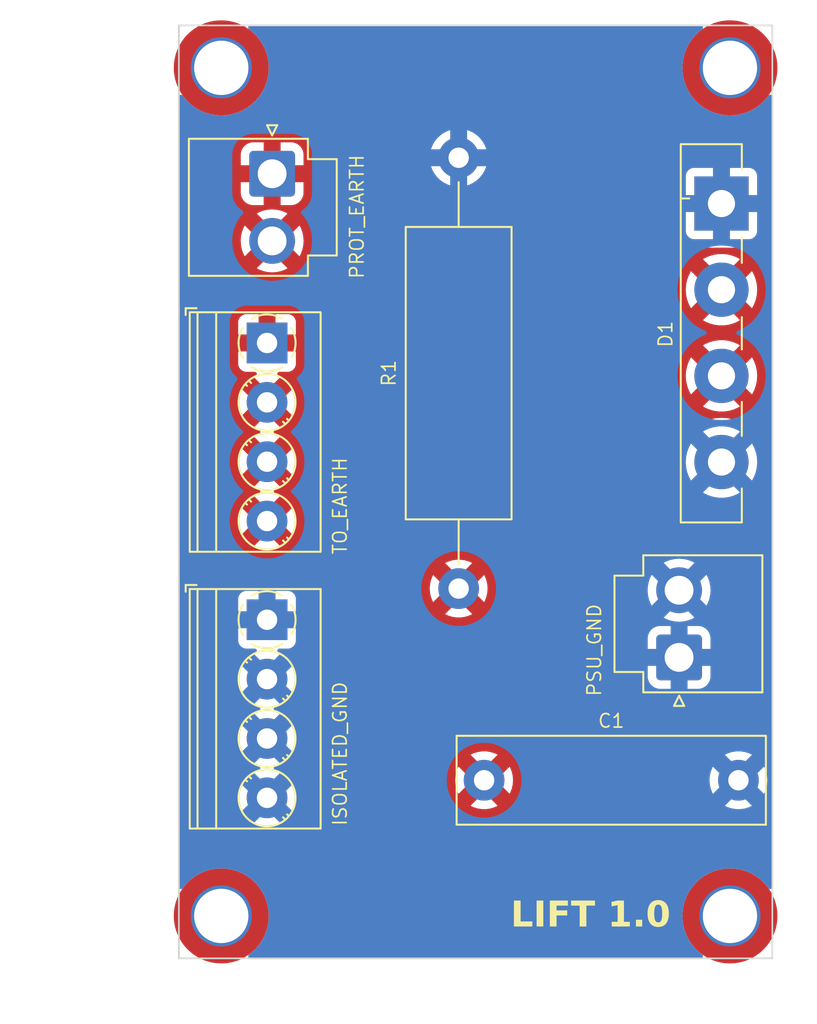
<source format=kicad_pcb>
(kicad_pcb (version 20240108) (generator "pcbnew") (generator_version "8.0")
  (layers (0 "F.Cu" signal) (31 "B.Cu" signal) (34 "B.Paste" user) (35 "F.Paste" user) (36 "B.SilkS" user "B.Silkscreen") (37 "F.SilkS" user "F.Silkscreen") (38 "B.Mask" user) (39 "F.Mask" user) (44 "Edge.Cuts" user))
  (net 0 "")
  (net 1 "EARTH")
  (net 2 "GND")
  (footprint "MountingHole:MountingHole_3.2mm_M3_DIN965_Pad_TopOnly" (layer "F.Cu") (at 160.5 106.5)
    (property "Reference" "H4" (hide yes))
    (property "Value" "MountingHole")
    (pad "1" thru_hole circle (at 0 0) (size 3.6 3.6) (drill 3.2) (layers "*.Cu" "*.Mask"))
    (pad "1" connect circle (at 0 0) (size 5.6 5.6) (layers "F.Cu" "F.Mask"))
  )
  (footprint "TerminalBlock_Phoenix:TerminalBlock_Phoenix_PT-1,5-4-3.5-H_1x04_P3.50mm_Horizontal" (layer "F.Cu") (at 133.2 89.0375 -90)
    (property "Reference" "J4" (hide yes))
    (property "Value" "Conn_01x04_Pin")
    (fp_line (start -2.05 4.8) (end -1.65 4.8) (stroke (width 0.12)) (layer "F.SilkS"))
    (fp_line (start -1.81 4.56) (end 12.31 4.56) (stroke (width 0.12)) (layer "F.SilkS"))
    (fp_line (start -2.05 4.16) (end -2.05 4.8) (stroke (width 0.12)) (layer "F.SilkS"))
    (fp_line (start -1.81 4.1) (end 12.31 4.1) (stroke (width 0.12)) (layer "F.SilkS"))
    (fp_line (start -1.81 3) (end 12.31 3) (stroke (width 0.12)) (layer "F.SilkS"))
    (fp_line (start 2.525 1.181) (end 2.431 1.274) (stroke (width 0.12)) (layer "F.SilkS"))
    (fp_line (start 6.025 1.181) (end 5.931 1.274) (stroke (width 0.12)) (layer "F.SilkS"))
    (fp_line (start 9.525 1.181) (end 9.431 1.274) (stroke (width 0.12)) (layer "F.SilkS"))
    (fp_line (start 2.355 0.941) (end 2.226 1.069) (stroke (width 0.12)) (layer "F.SilkS"))
    (fp_line (start 5.855 0.941) (end 5.726 1.069) (stroke (width 0.12)) (layer "F.SilkS"))
    (fp_line (start 9.355 0.941) (end 9.226 1.069) (stroke (width 0.12)) (layer "F.SilkS"))
    (fp_line (start 4.775 -1.069) (end 4.646 -0.941) (stroke (width 0.12)) (layer "F.SilkS"))
    (fp_line (start 8.275 -1.069) (end 8.146 -0.941) (stroke (width 0.12)) (layer "F.SilkS"))
    (fp_line (start 11.775 -1.069) (end 11.646 -0.941) (stroke (width 0.12)) (layer "F.SilkS"))
    (fp_line (start 4.57 -1.275) (end 4.476 -1.181) (stroke (width 0.12)) (layer "F.SilkS"))
    (fp_line (start 8.07 -1.275) (end 7.976 -1.181) (stroke (width 0.12)) (layer "F.SilkS"))
    (fp_line (start 11.57 -1.275) (end 11.476 -1.181) (stroke (width 0.12)) (layer "F.SilkS"))
    (fp_line (start -1.81 -3.16) (end -1.81 4.56) (stroke (width 0.12)) (layer "F.SilkS"))
    (fp_line (start -1.81 -3.16) (end 12.31 -3.16) (stroke (width 0.12)) (layer "F.SilkS"))
    (fp_line (start 12.31 -3.16) (end 12.31 4.56) (stroke (width 0.12)) (layer "F.SilkS"))
    (fp_arc (start 0.028674 1.680099) (mid -0.435535 1.622918) (end -0.866 1.44) (stroke (width 0.12)) (layer "F.SilkS"))
    (fp_arc (start 0.890264 1.424721) (mid 0.463071 1.61492) (end 0 1.68) (stroke (width 0.12)) (layer "F.SilkS"))
    (fp_arc (start -1.425358 0.889894) (mid -1.680286 0.014012) (end -1.44 -0.866) (stroke (width 0.12)) (layer "F.SilkS"))
    (fp_arc (start 1.425504 -0.890193) (mid 1.680626 0.000476) (end 1.425 0.891) (stroke (width 0.12)) (layer "F.SilkS"))
    (fp_arc (start -0.889894 -1.425358) (mid -0.014012 -1.680286) (end 0.866 -1.44) (stroke (width 0.12)) (layer "F.SilkS"))
    (fp_circle (center 3.5 0) (end 5.18 0) (stroke (width 0.12)) (fill none) (layer "F.SilkS"))
    (fp_circle (center 7 0) (end 8.68 0) (stroke (width 0.12)) (fill none) (layer "F.SilkS"))
    (fp_circle (center 10.5 0) (end 12.18 0) (stroke (width 0.12)) (fill none) (layer "F.SilkS"))
    (pad "1" thru_hole rect (at 0 0 270) (size 2.4 2.4) (drill 1.2) (layers "*.Cu" "*.Mask") (net 2 "GND"))
    (pad "2" thru_hole circle (at 3.5 0 270) (size 2.4 2.4) (drill 1.2) (layers "*.Cu" "*.Mask") (net 2 "GND"))
    (pad "3" thru_hole circle (at 7 0 270) (size 2.4 2.4) (drill 1.2) (layers "*.Cu" "*.Mask") (net 2 "GND"))
    (pad "4" thru_hole circle (at 10.5 0 270) (size 2.4 2.4) (drill 1.2) (layers "*.Cu" "*.Mask") (net 2 "GND"))
  )
  (footprint "Resistor_THT:R_Axial_DIN0617_L17.0mm_D6.0mm_P25.40mm_Horizontal" (layer "F.Cu") (at 144.5 87.2 90)
    (property "Reference" "R1" (at 12.7 -4.12 90) (layer "F.SilkS") (effects (font (size 0.8 0.8) (thickness 0.1))))
    (property "Value" "10R 5W")
    (fp_line (start 21.32 -3.12) (end 4.08 -3.12) (stroke (width 0.12)) (layer "F.SilkS"))
    (fp_line (start 4.08 -3.12) (end 4.08 3.12) (stroke (width 0.12)) (layer "F.SilkS"))
    (fp_line (start 23.96 0) (end 21.32 0) (stroke (width 0.12)) (layer "F.SilkS"))
    (fp_line (start 1.44 0) (end 4.08 0) (stroke (width 0.12)) (layer "F.SilkS"))
    (fp_line (start 21.32 3.12) (end 21.32 -3.12) (stroke (width 0.12)) (layer "F.SilkS"))
    (fp_line (start 4.08 3.12) (end 21.32 3.12) (stroke (width 0.12)) (layer "F.SilkS"))
    (pad "1" thru_hole circle (at 0 0 90) (size 2.4 2.4) (drill 1.2) (layers "*.Cu" "*.Mask") (net 1 "EARTH"))
    (pad "2" thru_hole oval (at 25.4 0 90) (size 2.4 2.4) (drill 1.2) (layers "*.Cu" "*.Mask") (net 2 "GND"))
  )
  (footprint "TerminalBlock_Phoenix:TerminalBlock_Phoenix_PT-1,5-4-3.5-H_1x04_P3.50mm_Horizontal" (layer "F.Cu") (at 133.2 72.72 -90)
    (property "Reference" "J3" (hide yes))
    (property "Value" "Conn_01x04_Pin")
    (fp_line (start -2.05 4.8) (end -1.65 4.8) (stroke (width 0.12)) (layer "F.SilkS"))
    (fp_line (start -1.81 4.56) (end 12.31 4.56) (stroke (width 0.12)) (layer "F.SilkS"))
    (fp_line (start -2.05 4.16) (end -2.05 4.8) (stroke (width 0.12)) (layer "F.SilkS"))
    (fp_line (start -1.81 4.1) (end 12.31 4.1) (stroke (width 0.12)) (layer "F.SilkS"))
    (fp_line (start -1.81 3) (end 12.31 3) (stroke (width 0.12)) (layer "F.SilkS"))
    (fp_line (start 2.525 1.181) (end 2.431 1.274) (stroke (width 0.12)) (layer "F.SilkS"))
    (fp_line (start 6.025 1.181) (end 5.931 1.274) (stroke (width 0.12)) (layer "F.SilkS"))
    (fp_line (start 9.525 1.181) (end 9.431 1.274) (stroke (width 0.12)) (layer "F.SilkS"))
    (fp_line (start 2.355 0.941) (end 2.226 1.069) (stroke (width 0.12)) (layer "F.SilkS"))
    (fp_line (start 5.855 0.941) (end 5.726 1.069) (stroke (width 0.12)) (layer "F.SilkS"))
    (fp_line (start 9.355 0.941) (end 9.226 1.069) (stroke (width 0.12)) (layer "F.SilkS"))
    (fp_line (start 4.775 -1.069) (end 4.646 -0.941) (stroke (width 0.12)) (layer "F.SilkS"))
    (fp_line (start 8.275 -1.069) (end 8.146 -0.941) (stroke (width 0.12)) (layer "F.SilkS"))
    (fp_line (start 11.775 -1.069) (end 11.646 -0.941) (stroke (width 0.12)) (layer "F.SilkS"))
    (fp_line (start 4.57 -1.275) (end 4.476 -1.181) (stroke (width 0.12)) (layer "F.SilkS"))
    (fp_line (start 8.07 -1.275) (end 7.976 -1.181) (stroke (width 0.12)) (layer "F.SilkS"))
    (fp_line (start 11.57 -1.275) (end 11.476 -1.181) (stroke (width 0.12)) (layer "F.SilkS"))
    (fp_line (start -1.81 -3.16) (end -1.81 4.56) (stroke (width 0.12)) (layer "F.SilkS"))
    (fp_line (start -1.81 -3.16) (end 12.31 -3.16) (stroke (width 0.12)) (layer "F.SilkS"))
    (fp_line (start 12.31 -3.16) (end 12.31 4.56) (stroke (width 0.12)) (layer "F.SilkS"))
    (fp_arc (start 0.028674 1.680099) (mid -0.435535 1.622918) (end -0.866 1.44) (stroke (width 0.12)) (layer "F.SilkS"))
    (fp_arc (start 0.890264 1.424721) (mid 0.463071 1.61492) (end 0 1.68) (stroke (width 0.12)) (layer "F.SilkS"))
    (fp_arc (start -1.425358 0.889894) (mid -1.680286 0.014012) (end -1.44 -0.866) (stroke (width 0.12)) (layer "F.SilkS"))
    (fp_arc (start 1.425504 -0.890193) (mid 1.680626 0.000476) (end 1.425 0.891) (stroke (width 0.12)) (layer "F.SilkS"))
    (fp_arc (start -0.889894 -1.425358) (mid -0.014012 -1.680286) (end 0.866 -1.44) (stroke (width 0.12)) (layer "F.SilkS"))
    (fp_circle (center 3.5 0) (end 5.18 0) (stroke (width 0.12)) (fill none) (layer "F.SilkS"))
    (fp_circle (center 7 0) (end 8.68 0) (stroke (width 0.12)) (fill none) (layer "F.SilkS"))
    (fp_circle (center 10.5 0) (end 12.18 0) (stroke (width 0.12)) (fill none) (layer "F.SilkS"))
    (pad "1" thru_hole rect (at 0 0 270) (size 2.4 2.4) (drill 1.2) (layers "*.Cu" "*.Mask") (net 1 "EARTH"))
    (pad "2" thru_hole circle (at 3.5 0 270) (size 2.4 2.4) (drill 1.2) (layers "*.Cu" "*.Mask") (net 1 "EARTH"))
    (pad "3" thru_hole circle (at 7 0 270) (size 2.4 2.4) (drill 1.2) (layers "*.Cu" "*.Mask") (net 1 "EARTH"))
    (pad "4" thru_hole circle (at 10.5 0 270) (size 2.4 2.4) (drill 1.2) (layers "*.Cu" "*.Mask") (net 1 "EARTH"))
  )
  (footprint "Connector_JST:JST_VH_B2P-VH-B_1x02_P3.96mm_Vertical" (layer "F.Cu") (at 133.5 62.7425 -90)
    (property "Reference" "J1" (hide yes))
    (property "Value" "Conn_01x02_Male")
    (fp_line (start -2.06 4.91) (end -2.06 -2.11) (stroke (width 0.12)) (layer "F.SilkS"))
    (fp_line (start 6.02 4.91) (end -2.06 4.91) (stroke (width 0.12)) (layer "F.SilkS"))
    (fp_line (start -2.86 0.3) (end -2.86 -0.3) (stroke (width 0.12)) (layer "F.SilkS"))
    (fp_line (start -2.26 0) (end -2.86 0.3) (stroke (width 0.12)) (layer "F.SilkS"))
    (fp_line (start -2.86 -0.3) (end -2.26 0) (stroke (width 0.12)) (layer "F.SilkS"))
    (fp_line (start -2.06 -2.11) (end -0.86 -2.11) (stroke (width 0.12)) (layer "F.SilkS"))
    (fp_line (start -0.86 -2.11) (end -0.86 -3.81) (stroke (width 0.12)) (layer "F.SilkS"))
    (fp_line (start 4.82 -2.11) (end 6.02 -2.11) (stroke (width 0.12)) (layer "F.SilkS"))
    (fp_line (start 6.02 -2.11) (end 6.02 4.91) (stroke (width 0.12)) (layer "F.SilkS"))
    (fp_line (start -0.86 -3.81) (end 4.82 -3.81) (stroke (width 0.12)) (layer "F.SilkS"))
    (fp_line (start 4.82 -3.81) (end 4.82 -2.11) (stroke (width 0.12)) (layer "F.SilkS"))
    (pad "1" thru_hole roundrect (at 0 0 270) (size 2.7 2.7) (drill 1.7) (layers "*.Cu" "*.Mask") (roundrect_rratio 0.09259296296) (net 1 "EARTH"))
    (pad "2" thru_hole circle (at 3.96 0 270) (size 2.7 2.7) (drill 1.7) (layers "*.Cu" "*.Mask") (net 1 "EARTH"))
  )
  (footprint "MountingHole:MountingHole_3.2mm_M3_DIN965_Pad_TopOnly" (layer "F.Cu") (at 130.5 56.5)
    (property "Reference" "H1" (hide yes))
    (property "Value" "MountingHole")
    (pad "1" thru_hole circle (at 0 0) (size 3.6 3.6) (drill 3.2) (layers "*.Cu" "*.Mask"))
    (pad "1" connect circle (at 0 0) (size 5.6 5.6) (layers "F.Cu" "F.Mask"))
  )
  (footprint "Diode_THT:Diode_Bridge_Vishay_GBU" (layer "F.Cu") (at 160 64.5 -90)
    (property "Reference" "D1" (at 7.7 3.3 90) (layer "F.SilkS") (effects (font (size 0.8 0.8) (thickness 0.1))))
    (property "Value" "833-GBU3510-BP")
    (fp_line (start -3.5 2.4) (end -3.5 -1.2) (stroke (width 0.12)) (layer "F.SilkS"))
    (fp_line (start -0.3 2.4) (end -0.3 1.9) (stroke (width 0.12)) (layer "F.SilkS"))
    (fp_line (start 18.8 2.4) (end -3.5 2.4) (stroke (width 0.12)) (layer "F.SilkS"))
    (fp_line (start -3.5 -1.2) (end -2 -1.2) (stroke (width 0.12)) (layer "F.SilkS"))
    (fp_line (start 2 -1.2) (end 3.5 -1.2) (stroke (width 0.12)) (layer "F.SilkS"))
    (fp_line (start 6.7 -1.2) (end 8.6 -1.2) (stroke (width 0.12)) (layer "F.SilkS"))
    (fp_line (start 11.7 -1.2) (end 13.7 -1.2) (stroke (width 0.12)) (layer "F.SilkS"))
    (fp_line (start 16.8 -1.2) (end 18.8 -1.2) (stroke (width 0.12)) (layer "F.SilkS"))
    (fp_line (start 18.8 -1.2) (end 18.8 2.4) (stroke (width 0.12)) (layer "F.SilkS"))
    (pad "1" thru_hole rect (at 0 0 270) (size 3.2 3.2) (drill 1.6) (layers "*.Cu" "*.Mask") (net 2 "GND"))
    (pad "2" thru_hole circle (at 5.08 0 270) (size 3.2 3.2) (drill 1.6) (layers "*.Cu" "*.Mask") (net 1 "EARTH"))
    (pad "3" thru_hole circle (at 10.16 0 270) (size 3.2 3.2) (drill 1.6) (layers "*.Cu" "*.Mask") (net 1 "EARTH"))
    (pad "4" thru_hole circle (at 15.24 0 270) (size 3.2 3.2) (drill 1.6) (layers "*.Cu" "*.Mask") (net 2 "GND"))
  )
  (footprint "Capacitor_THT:C_Rect_L18.0mm_W5.0mm_P15.00mm_FKS3_FKP3" (layer "F.Cu") (at 146 98.5)
    (property "Reference" "C1" (at 7.5 -3.5 0) (layer "F.SilkS") (effects (font (size 0.8 0.8) (thickness 0.1))))
    (property "Value" "100n X2 250V")
    (fp_line (start -1.62 -2.62) (end -1.62 2.62) (stroke (width 0.12)) (layer "F.SilkS"))
    (fp_line (start -1.62 -2.62) (end 16.62 -2.62) (stroke (width 0.12)) (layer "F.SilkS"))
    (fp_line (start -1.62 2.62) (end 16.62 2.62) (stroke (width 0.12)) (layer "F.SilkS"))
    (fp_line (start 16.62 -2.62) (end 16.62 2.62) (stroke (width 0.12)) (layer "F.SilkS"))
    (pad "1" thru_hole circle (at 0 0) (size 2.4 2.4) (drill 1.2) (layers "*.Cu" "*.Mask") (net 1 "EARTH"))
    (pad "2" thru_hole circle (at 15 0) (size 2.4 2.4) (drill 1.2) (layers "*.Cu" "*.Mask") (net 2 "GND"))
  )
  (footprint "MountingHole:MountingHole_3.2mm_M3_DIN965_Pad_TopOnly" (layer "F.Cu") (at 130.5 106.5)
    (property "Reference" "H3" (hide yes))
    (property "Value" "MountingHole")
    (pad "1" thru_hole circle (at 0 0) (size 3.6 3.6) (drill 3.2) (layers "*.Cu" "*.Mask"))
    (pad "1" connect circle (at 0 0) (size 5.6 5.6) (layers "F.Cu" "F.Mask"))
  )
  (footprint "MountingHole:MountingHole_3.2mm_M3_DIN965_Pad_TopOnly" (layer "F.Cu") (at 160.5 56.5)
    (property "Reference" "H2" (hide yes))
    (property "Value" "MountingHole")
    (pad "1" thru_hole circle (at 0 0) (size 3.6 3.6) (drill 3.2) (layers "*.Cu" "*.Mask"))
    (pad "1" connect circle (at 0 0) (size 5.6 5.6) (layers "F.Cu" "F.Mask"))
  )
  (footprint "Connector_JST:JST_VH_B2P-VH-B_1x02_P3.96mm_Vertical" (layer "F.Cu") (at 157.5 91.2575 90)
    (property "Reference" "J2" (hide yes))
    (property "Value" "Conn_01x02_Male")
    (fp_line (start 4.82 -3.81) (end 4.82 -2.11) (stroke (width 0.12)) (layer "F.SilkS"))
    (fp_line (start -0.86 -3.81) (end 4.82 -3.81) (stroke (width 0.12)) (layer "F.SilkS"))
    (fp_line (start 6.02 -2.11) (end 6.02 4.91) (stroke (width 0.12)) (layer "F.SilkS"))
    (fp_line (start 4.82 -2.11) (end 6.02 -2.11) (stroke (width 0.12)) (layer "F.SilkS"))
    (fp_line (start -0.86 -2.11) (end -0.86 -3.81) (stroke (width 0.12)) (layer "F.SilkS"))
    (fp_line (start -2.06 -2.11) (end -0.86 -2.11) (stroke (width 0.12)) (layer "F.SilkS"))
    (fp_line (start -2.86 -0.3) (end -2.26 0) (stroke (width 0.12)) (layer "F.SilkS"))
    (fp_line (start -2.26 0) (end -2.86 0.3) (stroke (width 0.12)) (layer "F.SilkS"))
    (fp_line (start -2.86 0.3) (end -2.86 -0.3) (stroke (width 0.12)) (layer "F.SilkS"))
    (fp_line (start 6.02 4.91) (end -2.06 4.91) (stroke (width 0.12)) (layer "F.SilkS"))
    (fp_line (start -2.06 4.91) (end -2.06 -2.11) (stroke (width 0.12)) (layer "F.SilkS"))
    (pad "1" thru_hole roundrect (at 0 0 90) (size 2.7 2.7) (drill 1.7) (layers "*.Cu" "*.Mask") (roundrect_rratio 0.092593) (net 2 "GND"))
    (pad "2" thru_hole circle (at 3.96 0 90) (size 2.7 2.7) (drill 1.7) (layers "*.Cu" "*.Mask") (net 2 "GND"))
  )
  (gr_line (start 163 54) (end 128 54) (stroke (width 0.1)) (layer "Edge.Cuts"))
  (gr_line (start 128 109) (end 128 54) (stroke (width 0.1)) (layer "Edge.Cuts"))
  (gr_line (start 163 109) (end 128 109) (stroke (width 0.1)) (layer "Edge.Cuts"))
  (gr_line (start 163 54) (end 163 109) (stroke (width 0.1)) (layer "Edge.Cuts"))
  (gr_text "TO_EARTH" (at 137.5 85.25 90) (layer "F.SilkS") (effects (font (size 0.8 0.8) (thickness 0.1)) (justify left)))
  (gr_text "ISOLATED_GND" (at 137.5 101.25 90) (layer "F.SilkS") (effects (font (size 0.8 0.8) (thickness 0.1)) (justify left)))
  (gr_text "PROT_EARTH" (at 138.5 69 90) (layer "F.SilkS") (effects (font (size 0.8 0.8) (thickness 0.1)) (justify left)))
  (gr_text "PSU_GND" (at 152.5 93.615 90) (layer "F.SilkS") (effects (font (size 0.8 0.8) (thickness 0.1)) (justify left)))
  (gr_text "LIFT 1.0" (at 157 106.5 0) (layer "F.SilkS") (effects (font (size 1.5 1.5) (thickness 0.16) (bold yes)) (justify right)))
  (zone (net 1) (net_name "EARTH") (layer "F.Cu") (connect_pads (clearance 1)) (min_thickness 0.25) (fill yes (thermal_gap 0.5) (thermal_bridge_width 1) (smoothing fillet) (radius 1))
    (polygon (pts (xy 164.6 112.4) (xy 164.6 109.9) (xy 126.6 109.9) (xy 126.6 112.8) (xy 126.9 112.8) (xy 126.9 60.6) (xy 126.9 53) (xy 164 53) (xy 164 60.4) (xy 163.9 60.4) (xy 163.9 112.4)))
  )
  (zone (net 2) (net_name "GND") (layer "B.Cu") (connect_pads (clearance 1)) (min_thickness 0.25) (fill yes (thermal_gap 0.5) (thermal_bridge_width 1) (smoothing fillet) (radius 1))
    (polygon (pts (xy 164.1 111.9) (xy 164.1 109.9) (xy 126.1 109.9) (xy 126.1 112.9) (xy 126.9 112.9) (xy 126.9 60.1) (xy 126.9 52.5) (xy 164 52.5) (xy 164 59.9) (xy 163.9 59.9) (xy 163.9 111.9)))
  )
)
</source>
